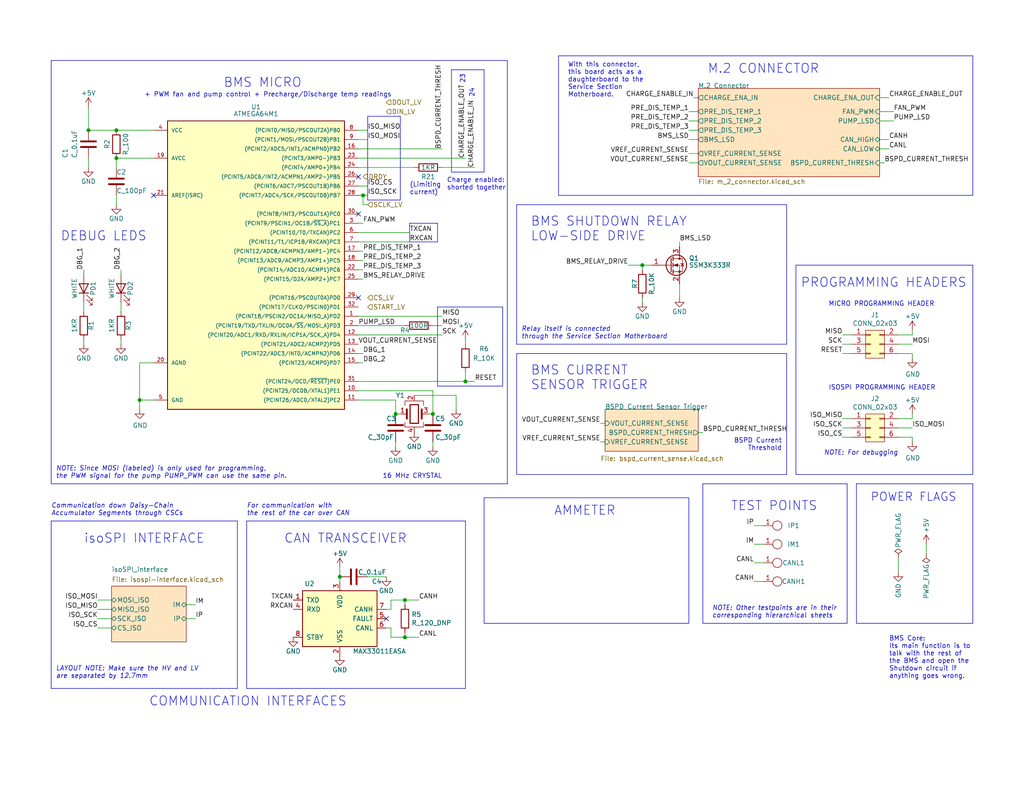
<source format=kicad_sch>
(kicad_sch (version 20230121) (generator eeschema)
  (paper "A")
  (title_block (title "BMS Core") (date "2022-12-03") (rev "0") (company "Olin Electric Motorsports") (comment 1 "Melissa Kazazic"))
  (lib_symbols
    (symbol "OEM:0u1F" (pin_numbers hide) (pin_names (offset 0.254))
      (property "Reference" "C" (at 0.635 2.54 0))
      (property "Value" "0u1F" (at 0.635 -2.54 0))
      (symbol "0u1F_0_1"
        (polyline (pts (xy -2.032 -0.762) (xy 2.032 -0.762)) (stroke (width 0.508)))
        (polyline (pts (xy -2.032 0.762) (xy 2.032 0.762)) (stroke (width 0.508)))
      )
      (symbol "0u1F_1_1"
        (pin passive line (at 0 3.81 270) (length 2.794) (name "~") (number "1"))
        (pin passive line (at 0 -3.81 90) (length 2.794) (name "~") (number "2"))
      )
    )
    (symbol "OEM:100R" (pin_numbers hide) (pin_names (offset 0))
      (property "Reference" "R" (at 2.032 0 90))
      (property "Value" "100R" (at 0 0 90))
      (symbol "100R_0_1"
        (rectangle (start -1.016 -2.54) (end 1.016 2.54) (stroke (width 0.254)))
      )
      (symbol "100R_1_1"
        (pin passive line (at 0 3.81 270) (length 1.27) (name "~") (number "1"))
        (pin passive line (at 0 -3.81 90) (length 1.27) (name "~") (number "2"))
      )
    )
    (symbol "OEM:100pF" (pin_numbers hide) (pin_names (offset 0.254))
      (property "Reference" "C" (at 0.635 2.54 0))
      (property "Value" "100pF" (at 0.635 -2.54 0))
      (symbol "100pF_0_1"
        (polyline (pts (xy -2.032 -0.762) (xy 2.032 -0.762)) (stroke (width 0.508)))
        (polyline (pts (xy -2.032 0.762) (xy 2.032 0.762)) (stroke (width 0.508)))
      )
      (symbol "100pF_1_1"
        (pin passive line (at 0 3.81 270) (length 2.794) (name "~") (number "1"))
        (pin passive line (at 0 -3.81 90) (length 2.794) (name "~") (number "2"))
      )
    )
    (symbol "OEM:10KR" (pin_numbers hide) (pin_names (offset 0))
      (property "Reference" "R" (at 2.032 0 90))
      (property "Value" "10KR" (at 0 0 90))
      (symbol "10KR_0_1"
        (rectangle (start -1.016 -2.54) (end 1.016 2.54) (stroke (width 0.254)))
      )
      (symbol "10KR_1_1"
        (pin passive line (at 0 3.81 270) (length 1.27) (name "~") (number "1"))
        (pin passive line (at 0 -3.81 90) (length 1.27) (name "~") (number "2"))
      )
    )
    (symbol "OEM:120R_DNP" (pin_numbers hide) (pin_names (offset 0))
      (property "Reference" "R" (at 2.032 0 90))
      (property "Value" "120R_DNP" (at 0 0 90))
      (symbol "120R_DNP_0_1"
        (rectangle (start -1.016 -2.54) (end 1.016 2.54) (stroke (width 0.254)))
      )
      (symbol "120R_DNP_1_1"
        (pin passive line (at 0 3.81 270) (length 1.27) (name "~") (number "1"))
        (pin passive line (at 0 -3.81 90) (length 1.27) (name "~") (number "2"))
      )
    )
    (symbol "OEM:1KR" (pin_numbers hide) (pin_names (offset 0))
      (property "Reference" "R" (at 2.032 0 90))
      (property "Value" "1KR" (at 0 0 90))
      (symbol "1KR_0_1"
        (rectangle (start -1.016 -2.54) (end 1.016 2.54) (stroke (width 0.254)))
      )
      (symbol "1KR_1_1"
        (pin passive line (at 0 3.81 270) (length 1.27) (name "~") (number "1"))
        (pin passive line (at 0 -3.81 90) (length 1.27) (name "~") (number "2"))
      )
    )
    (symbol "OEM:30pF" (pin_numbers hide) (pin_names (offset 0.254))
      (property "Reference" "C" (at 0.635 2.54 0))
      (property "Value" "30pF" (at 0.635 -2.54 0))
      (symbol "30pF_0_1"
        (polyline (pts (xy -2.032 -0.762) (xy 2.032 -0.762)) (stroke (width 0.508)))
        (polyline (pts (xy -2.032 0.762) (xy 2.032 0.762)) (stroke (width 0.508)))
      )
      (symbol "30pF_1_1"
        (pin passive line (at 0 3.81 270) (length 2.794) (name "~") (number "1"))
        (pin passive line (at 0 -3.81 90) (length 2.794) (name "~") (number "2"))
      )
    )
    (symbol "OEM:ATMEGA64M1" (pin_names (offset 1.016))
      (property "Reference" "U" (at -24.13 46.482 0))
      (property "Value" "ATMEGA64M1" (at 12.7 -35.56 0))
      (symbol "ATMEGA64M1_0_1"
        (rectangle (start -24.13 45.72) (end 24.13 -33.02) (stroke (width 0.254)) (fill (type background)))
      )
      (symbol "ATMEGA64M1_1_1"
        (pin bidirectional line (at 27.94 -7.62 180) (length 3.81) (name "(PCINT18/PSCIN2/OC1A/MISO_A)PD2") (number "1"))
        (pin bidirectional line (at 27.94 -27.94 180) (length 3.81) (name "(PCINT25/OC0B/XTAL1)PE1") (number "10"))
        (pin bidirectional line (at 27.94 -30.48 180) (length 3.81) (name "(PCINT26/ADC0/XTAL2)PE2") (number "11"))
        (pin bidirectional line (at 27.94 -12.7 180) (length 3.81) (name "(PCINT20/ADC1/RXD/RXLIN/ICP1A/SCK_A)PD4") (number "12"))
        (pin bidirectional line (at 27.94 -15.24 180) (length 3.81) (name "(PCINT21/ADC2/ACMP2)PD5") (number "13"))
        (pin bidirectional line (at 27.94 -17.78 180) (length 3.81) (name "(PCINT22/ADC3/INT0/ACMPN2)PD6") (number "14"))
        (pin bidirectional line (at 27.94 -20.32 180) (length 3.81) (name "(PCINT23/ACMP0)PD7") (number "15"))
        (pin bidirectional line (at 27.94 38.1 180) (length 3.81) (name "(PCINT2/ADC5/INT1/ACMPN0)PB2") (number "16"))
        (pin bidirectional line (at 27.94 10.16 180) (length 3.81) (name "(PCINT12/ADC8/ACMPN3/AMP1-)PC4") (number "17"))
        (pin bidirectional line (at 27.94 7.62 180) (length 3.81) (name "(PCINT13/ADC9/ACMP3/AMP1+)PC5") (number "18"))
        (pin power_in line (at -27.94 35.56 0) (length 3.81) (name "AVCC") (number "19"))
        (pin bidirectional line (at 27.94 -10.16 180) (length 3.81) (name "(PCINT19/TXD/TXLIN/OC0A/~{SS}/MOSI_A)PD3") (number "2"))
        (pin power_in line (at -27.94 -20.32 0) (length 3.81) (name "AGND") (number "20"))
        (pin power_in line (at -27.94 25.4 0) (length 3.81) (name "AREF(ISRC)") (number "21"))
        (pin bidirectional line (at 27.94 5.08 180) (length 3.81) (name "(PCINT14/ADC10/ACMP1)PC6") (number "22"))
        (pin bidirectional line (at 27.94 35.56 180) (length 3.81) (name "(PCINT3/AMP0-)PB3") (number "23"))
        (pin bidirectional line (at 27.94 33.02 180) (length 3.81) (name "(PCINT4/AMP0+)PB4") (number "24"))
        (pin bidirectional line (at 27.94 2.54 180) (length 3.81) (name "(PCINT15/D2A/AMP2+)PC7") (number "25"))
        (pin bidirectional line (at 27.94 30.48 180) (length 3.81) (name "(PCINT5/ADC6/INT2/ACMPN1/AMP2-)PB5") (number "26"))
        (pin bidirectional line (at 27.94 27.94 180) (length 3.81) (name "(PCINT6/ADC7/PSCOUT1B)PB6") (number "27"))
        (pin bidirectional line (at 27.94 25.4 180) (length 3.81) (name "(PCINT7/ADC4/SCK/PSCOUT0B)PB7") (number "28"))
        (pin bidirectional line (at 27.94 -2.54 180) (length 3.81) (name "(PCINT16/PSCOUT0A)PD0") (number "29"))
        (pin bidirectional line (at 27.94 17.78 180) (length 3.81) (name "(PCINT9/PSCIN1/OC1B/~{SS_A})PC1") (number "3"))
        (pin bidirectional line (at 27.94 20.32 180) (length 3.81) (name "(PCINT8/INT3/PSCOUT1A)PC0") (number "30"))
        (pin bidirectional line (at 27.94 -25.4 180) (length 3.81) (name "(PCINT24/OCD/~{RESET})PE0") (number "31"))
        (pin bidirectional line (at 27.94 -5.08 180) (length 3.81) (name "(PCINT17/CLKO/PSCIN0)PD1") (number "32"))
        (pin power_in line (at -27.94 43.18 0) (length 3.81) (name "VCC") (number "4"))
        (pin power_in line (at -27.94 -30.48 0) (length 3.81) (name "GND") (number "5"))
        (pin bidirectional line (at 27.94 15.24 180) (length 3.81) (name "(PCINT10/T0/TXCAN)PC2") (number "6"))
        (pin bidirectional line (at 27.94 12.7 180) (length 3.81) (name "(PCINT11/T1/ICP1B/RXCAN)PC3") (number "7"))
        (pin bidirectional line (at 27.94 43.18 180) (length 3.81) (name "(PCINT0/MISO/PSCOUT2A)PB0") (number "8"))
        (pin bidirectional line (at 27.94 40.64 180) (length 3.81) (name "(PCINT1/MOSI/PSCOUT2B)PB1") (number "9"))
      )
    )
    (symbol "OEM:CONN_02x03" (pin_names (offset 0.0254) hide)
      (property "Reference" "J" (at 0 5.08 0))
      (property "Value" "CONN_02x03" (at 0 -5.08 0))
      (symbol "CONN_02x03_0_1"
        (rectangle (start -2.54 -2.413) (end -1.27 -2.667))
        (rectangle (start -2.54 0.127) (end -1.27 -0.127))
        (rectangle (start -2.54 2.667) (end -1.27 2.413))
        (rectangle (start -2.54 3.81) (end 2.54 -3.81) (fill (type background)))
        (rectangle (start 1.27 -2.413) (end 2.54 -2.667))
        (rectangle (start 1.27 0.127) (end 2.54 -0.127))
        (rectangle (start 1.27 2.667) (end 2.54 2.413))
      )
      (symbol "CONN_02x03_1_1"
        (pin passive line (at -6.35 2.54 0) (length 3.81) (name "P1") (number "1"))
        (pin passive line (at 6.35 2.54 180) (length 3.81) (name "P2") (number "2"))
        (pin passive line (at -6.35 0 0) (length 3.81) (name "P3") (number "3"))
        (pin passive line (at 6.35 0 180) (length 3.81) (name "P4") (number "4"))
        (pin passive line (at -6.35 -2.54 0) (length 3.81) (name "P5") (number "5"))
        (pin passive line (at 6.35 -2.54 180) (length 3.81) (name "P6") (number "6"))
      )
    )
    (symbol "OEM:Crystal_16MHz_18pF" (pin_names (offset 1.016) hide)
      (property "Reference" "Y" (at 3.175 5.08 0))
      (property "Value" "Crystal_16MHz_18pF" (at 3.175 3.175 0))
      (symbol "Crystal_16MHz_18pF_0_1"
        (rectangle (start -1.143 2.54) (end 1.143 -2.54) (stroke (width 0.3048)))
        (polyline (pts (xy -2.54 0) (xy -2.032 0)))
        (polyline (pts (xy -2.032 -1.27) (xy -2.032 1.27)) (stroke (width 0.508)))
        (polyline (pts (xy 0 -3.81) (xy 0 -3.556)))
        (polyline (pts (xy 0 3.556) (xy 0 3.81)))
        (polyline (pts (xy 2.032 -1.27) (xy 2.032 1.27)) (stroke (width 0.508)))
        (polyline (pts (xy 2.032 0) (xy 2.54 0)))
        (polyline (pts (xy -2.54 -2.286) (xy -2.54 -3.556) (xy 2.54 -3.556) (xy 2.54 -2.286)))
        (polyline (pts (xy -2.54 2.286) (xy -2.54 3.556) (xy 2.54 3.556) (xy 2.54 2.286)))
      )
      (symbol "Crystal_16MHz_18pF_1_1"
        (pin passive line (at -3.81 0 0) (length 1.27) (name "1") (number "1"))
        (pin passive line (at 0 5.08 270) (length 1.27) (name "2") (number "2"))
        (pin passive line (at 3.81 0 180) (length 1.27) (name "3") (number "3"))
        (pin passive line (at 0 -5.08 90) (length 1.27) (name "4") (number "4"))
      )
    )
    (symbol "OEM:LED_WHITE" (pin_numbers hide) (pin_names (offset 1.016) hide)
      (property "Reference" "D" (at 0 2.54 0))
      (property "Value" "LED_WHITE" (at 0 -2.54 0))
      (symbol "LED_WHITE_0_1"
        (polyline (pts (xy -1.27 -1.27) (xy -1.27 1.27)) (stroke (width 0.254)))
        (polyline (pts (xy -1.27 0) (xy 1.27 0)))
        (polyline (pts (xy 1.27 -1.27) (xy 1.27 1.27) (xy -1.27 0) (xy 1.27 -1.27)) (stroke (width 0.254)))
        (polyline (pts (xy -3.048 -0.762) (xy -4.572 -2.286) (xy -3.81 -2.286) (xy -4.572 -2.286) (xy -4.572 -1.524)))
        (polyline (pts (xy -1.778 -0.762) (xy -3.302 -2.286) (xy -2.54 -2.286) (xy -3.302 -2.286) (xy -3.302 -1.524)))
      )
      (symbol "LED_WHITE_1_1"
        (pin passive line (at -3.81 0 0) (length 2.54) (name "K") (number "1"))
        (pin passive line (at 3.81 0 180) (length 2.54) (name "A") (number "2"))
      )
    )
    (symbol "OEM:MAX33011EASA" (pin_names (offset 1.016))
      (property "Reference" "U" (at -10.16 8.89 0))
      (property "Value" "MAX33011EASA" (at 2.54 8.89 0))
      (symbol "MAX33011EASA_0_1"
        (rectangle (start -10.16 7.62) (end 10.16 -7.62) (stroke (width 0.254)) (fill (type background)))
      )
      (symbol "MAX33011EASA_1_1"
        (pin input line (at -12.7 5.08 0) (length 2.54) (name "TXD") (number "1"))
        (pin power_in line (at 0 -10.16 90) (length 2.54) (name "VSS") (number "2"))
        (pin power_in line (at 0 10.16 270) (length 2.54) (name "VDD") (number "3"))
        (pin output line (at -12.7 2.54 0) (length 2.54) (name "RXD") (number "4"))
        (pin passive line (at 12.7 0 180) (length 2.54) (name "FAULT") (number "5"))
        (pin bidirectional line (at 12.7 -2.54 180) (length 2.54) (name "CANL") (number "6"))
        (pin bidirectional line (at 12.7 2.54 180) (length 2.54) (name "CANH") (number "7"))
        (pin input line (at -12.7 -5.08 0) (length 2.54) (name "STBY") (number "8"))
      )
    )
    (symbol "OEM:SSM3K333R" (pin_names (offset 0) hide)
      (property "Reference" "Q" (at 5.08 1.27 0))
      (property "Value" "SSM3K333R" (at 5.08 -1.27 0))
      (symbol "SSM3K333R_0_1"
        (polyline (pts (xy 0.254 0) (xy -2.54 0)))
        (polyline (pts (xy 0.254 1.905) (xy 0.254 -1.905)) (stroke (width 0.254)))
        (polyline (pts (xy 0.762 -1.27) (xy 0.762 -2.286)) (stroke (width 0.254)))
        (polyline (pts (xy 0.762 0.508) (xy 0.762 -0.508)) (stroke (width 0.254)))
        (polyline (pts (xy 0.762 2.286) (xy 0.762 1.27)) (stroke (width 0.254)))
        (polyline (pts (xy 2.54 2.54) (xy 2.54 1.778)))
        (polyline (pts (xy 2.54 -2.54) (xy 2.54 0) (xy 0.762 0)))
        (polyline (pts (xy 0.762 -1.778) (xy 3.302 -1.778) (xy 3.302 1.778) (xy 0.762 1.778)))
        (polyline (pts (xy 1.016 0) (xy 2.032 0.381) (xy 2.032 -0.381) (xy 1.016 0)) (fill (type outline)))
        (polyline (pts (xy 2.794 0.508) (xy 2.921 0.381) (xy 3.683 0.381) (xy 3.81 0.254)))
        (polyline (pts (xy 3.302 0.381) (xy 2.921 -0.254) (xy 3.683 -0.254) (xy 3.302 0.381)))
        (circle (center 1.651 0) (radius 2.794) (stroke (width 0.254)))
        (circle (center 2.54 -1.778) (radius 0.254) (fill (type outline)))
        (circle (center 2.54 1.778) (radius 0.254) (fill (type outline)))
      )
      (symbol "SSM3K333R_1_1"
        (pin input line (at -5.08 0 0) (length 2.54) (name "G") (number "1"))
        (pin passive line (at 2.54 -5.08 90) (length 2.54) (name "S") (number "2"))
        (pin passive line (at 2.54 5.08 270) (length 2.54) (name "D") (number "3"))
      )
    )
    (symbol "OEM:TP_1mm" (pin_names (offset 1.016)) (in_bom no)
      (property "Reference" "TP" (at 0 7.62 0))
      (property "Value" "TP_1mm" (at 1.27 5.08 0))
      (symbol "TP_1mm_1_1"
        (circle (center 0 2.54) (radius 1.27))
        (pin input line (at 0 -1.27 90) (length 2.54) (name "~") (number "1"))
      )
    )
    (symbol "power:+5V" (power) (pin_names (offset 0))
      (property "Value" "+5V" (at 0 3.556 0))
      (symbol "+5V_0_1"
        (polyline (pts (xy -0.762 1.27) (xy 0 2.54)))
        (polyline (pts (xy 0 0) (xy 0 2.54)))
        (polyline (pts (xy 0 2.54) (xy 0.762 1.27)))
      )
      (symbol "+5V_1_1"
        (pin power_in line (at 0 0 90) (length 0) hide (name "+5V") (number "1"))
      )
    )
    (symbol "power:GND" (power) (pin_names (offset 0))
      (property "Value" "GND" (at 0 -3.81 0))
      (symbol "GND_0_1"
        (polyline (pts (xy 0 0) (xy 0 -1.27) (xy 1.27 -1.27) (xy 0 -2.54) (xy -1.27 -1.27) (xy 0 -1.27)))
      )
      (symbol "GND_1_1"
        (pin power_in line (at 0 0 270) (length 0) hide (name "GND") (number "1"))
      )
    )
    (symbol "power:PWR_FLAG" (power) (pin_numbers hide) (pin_names (offset 0) hide)
      (property "Value" "PWR_FLAG" (at 0 3.81 0))
      (symbol "PWR_FLAG_0_0"
        (pin power_out line (at 0 0 90) (length 0) (name "pwr") (number "1"))
      )
      (symbol "PWR_FLAG_0_1"
        (polyline (pts (xy 0 0) (xy 0 1.27) (xy -1.016 1.905) (xy 0 2.54) (xy 1.016 1.905) (xy 0 1.27)))
      )
    )
  )
  (junction (at 99.06 53.34))
  (junction (at 110.49 163.83))
  (junction (at 38.1 109.22))
  (junction (at 110.49 173.99))
  (junction (at 175.26 72.39))
  (junction (at 118.11 113.03))
  (junction (at 31.75 43.18))
  (junction (at 127 104.14))
  (junction (at 31.75 35.56))
  (junction (at 24.13 35.56))
  (junction (at 107.95 113.03))
  (junction (at 92.71 157.48))
  (no_connect (at 97.79 81.28))
  (no_connect (at 97.79 58.42))
  (no_connect (at 41.91 53.34))
  (no_connect (at 105.41 168.91))
  (no_connect (at 97.79 48.26))
  (wire (pts (xy 110.49 173.99) (xy 110.49 172.72)))
  (wire (pts (xy 208.28 143.51) (xy 205.74 143.51)))
  (polyline (pts (xy 265.43 129.54) (xy 265.43 72.39)))
  (wire (pts (xy 26.67 171.45) (xy 30.48 171.45)))
  (wire (pts (xy 248.92 119.38) (xy 245.11 119.38)))
  (wire (pts (xy 22.86 73.66) (xy 22.86 74.93)))
  (wire (pts (xy 106.68 163.83) (xy 110.49 163.83)))
  (wire (pts (xy 92.71 154.94) (xy 92.71 157.48)))
  (polyline (pts (xy 137.16 83.82) (xy 137.16 105.41)))
  (polyline (pts (xy 217.17 72.39) (xy 265.43 72.39)))
  (wire (pts (xy 245.11 152.4) (xy 245.11 156.21)))
  (wire (pts (xy 99.06 53.34) (xy 100.33 53.34)))
  (wire (pts (xy 22.86 82.55) (xy 22.86 85.09)))
  (wire (pts (xy 107.95 120.65) (xy 107.95 121.92)))
  (polyline (pts (xy 152.4 15.24) (xy 152.4 53.34)))
  (polyline (pts (xy 67.31 142.24) (xy 127 142.24)))
  (polyline (pts (xy 140.97 55.88) (xy 140.97 93.98)))
  (wire (pts (xy 22.86 92.71) (xy 22.86 93.98)))
  (polyline (pts (xy 233.68 132.08) (xy 265.43 132.08)))
  (wire (pts (xy 248.92 97.79) (xy 248.92 96.52)))
  (wire (pts (xy 190.5 33.02) (xy 187.96 33.02)))
  (wire (pts (xy 26.67 168.91) (xy 30.48 168.91)))
  (polyline (pts (xy 191.77 170.18) (xy 231.14 170.18)))
  (wire (pts (xy 242.57 38.1) (xy 240.03 38.1)))
  (polyline (pts (xy 111.76 60.96) (xy 111.76 66.04)))
  (wire (pts (xy 100.33 157.48) (xy 105.41 157.48)))
  (wire (pts (xy 163.83 120.65) (xy 165.1 120.65)))
  (wire (pts (xy 116.84 113.03) (xy 118.11 113.03)))
  (wire (pts (xy 26.67 163.83) (xy 30.48 163.83)))
  (wire (pts (xy 189.23 26.67) (xy 190.5 26.67)))
  (polyline (pts (xy 127 187.96) (xy 67.31 187.96)))
  (wire (pts (xy 110.49 163.83) (xy 114.3 163.83)))
  (polyline (pts (xy 100.33 31.75) (xy 100.33 54.61)))
  (wire (pts (xy 97.79 91.44) (xy 120.65 91.44)))
  (wire (pts (xy 187.96 35.56) (xy 190.5 35.56)))
  (polyline (pts (xy 123.19 19.05) (xy 132.08 19.05)))
  (wire (pts (xy 24.13 35.56) (xy 31.75 35.56)))
  (polyline (pts (xy 13.97 142.24) (xy 13.97 187.96)))
  (wire (pts (xy 124.46 111.76) (xy 124.46 107.95)))
  (wire (pts (xy 120.65 45.72) (xy 129.54 45.72)))
  (wire (pts (xy 110.49 173.99) (xy 114.3 173.99)))
  (wire (pts (xy 38.1 99.06) (xy 38.1 109.22)))
  (wire (pts (xy 229.87 114.3) (xy 232.41 114.3)))
  (wire (pts (xy 97.79 66.04) (xy 111.76 66.04)))
  (polyline (pts (xy 265.43 53.34) (xy 152.4 53.34)))
  (wire (pts (xy 252.73 148.59) (xy 252.73 151.13)))
  (wire (pts (xy 106.68 173.99) (xy 106.68 171.45)))
  (polyline (pts (xy 119.38 83.82) (xy 119.38 105.41)))
  (polyline (pts (xy 217.17 129.54) (xy 265.43 129.54)))
  (wire (pts (xy 97.79 68.58) (xy 99.06 68.58)))
  (wire (pts (xy 229.87 91.44) (xy 232.41 91.44)))
  (wire (pts (xy 92.71 157.48) (xy 92.71 158.75)))
  (polyline (pts (xy 265.43 132.08) (xy 265.43 170.18)))
  (wire (pts (xy 118.11 106.68) (xy 118.11 113.03)))
  (wire (pts (xy 175.26 82.55) (xy 175.26 81.28)))
  (wire (pts (xy 31.75 35.56) (xy 41.91 35.56)))
  (polyline (pts (xy 214.63 129.54) (xy 214.63 96.52)))
  (wire (pts (xy 97.79 45.72) (xy 113.03 45.72)))
  (wire (pts (xy 33.02 73.66) (xy 33.02 74.93)))
  (wire (pts (xy 97.79 60.96) (xy 99.06 60.96)))
  (wire (pts (xy 229.87 116.84) (xy 232.41 116.84)))
  (wire (pts (xy 175.26 72.39) (xy 175.26 73.66)))
  (polyline (pts (xy 152.4 15.24) (xy 265.43 15.24)))
  (wire (pts (xy 106.68 173.99) (xy 110.49 173.99)))
  (wire (pts (xy 185.42 77.47) (xy 185.42 81.28)))
  (wire (pts (xy 208.28 153.67) (xy 205.74 153.67)))
  (wire (pts (xy 97.79 104.14) (xy 127 104.14)))
  (wire (pts (xy 229.87 93.98) (xy 232.41 93.98)))
  (wire (pts (xy 24.13 43.18) (xy 24.13 45.72)))
  (wire (pts (xy 50.8 165.1) (xy 53.34 165.1)))
  (wire (pts (xy 118.11 120.65) (xy 118.11 121.92)))
  (polyline (pts (xy 214.63 55.88) (xy 214.63 93.98)))
  (polyline (pts (xy 137.16 83.82) (xy 119.38 83.82)))
  (polyline (pts (xy 233.68 170.18) (xy 265.43 170.18)))
  (wire (pts (xy 175.26 72.39) (xy 171.45 72.39)))
  (polyline (pts (xy 123.19 19.05) (xy 123.19 46.99)))
  (wire (pts (xy 97.79 50.8) (xy 100.33 50.8)))
  (polyline (pts (xy 233.68 132.08) (xy 233.68 170.18)))
  (wire (pts (xy 97.79 53.34) (xy 99.06 53.34)))
  (wire (pts (xy 248.92 96.52) (xy 245.11 96.52)))
  (wire (pts (xy 190.5 118.11) (xy 191.77 118.11)))
  (wire (pts (xy 97.79 106.68) (xy 118.11 106.68)))
  (polyline (pts (xy 140.97 129.54) (xy 214.63 129.54)))
  (wire (pts (xy 242.57 26.67) (xy 240.03 26.67)))
  (polyline (pts (xy 231.14 132.08) (xy 231.14 170.18)))
  (wire (pts (xy 107.95 113.03) (xy 109.22 113.03)))
  (wire (pts (xy 97.79 88.9) (xy 110.49 88.9)))
  (polyline (pts (xy 13.97 187.96) (xy 64.77 187.96)))
  (wire (pts (xy 248.92 90.17) (xy 248.92 91.44)))
  (polyline (pts (xy 67.31 187.96) (xy 67.31 142.24)))
  (wire (pts (xy 245.11 91.44) (xy 248.92 91.44)))
  (wire (pts (xy 106.68 163.83) (xy 106.68 166.37)))
  (wire (pts (xy 208.28 148.59) (xy 205.74 148.59)))
  (wire (pts (xy 50.8 168.91) (xy 53.34 168.91)))
  (wire (pts (xy 97.79 86.36) (xy 120.65 86.36)))
  (wire (pts (xy 127 101.6) (xy 127 104.14)))
  (wire (pts (xy 99.06 76.2) (xy 97.79 76.2)))
  (wire (pts (xy 187.96 41.91) (xy 190.5 41.91)))
  (polyline (pts (xy 140.97 96.52) (xy 214.63 96.52)))
  (wire (pts (xy 229.87 96.52) (xy 232.41 96.52)))
  (wire (pts (xy 187.96 30.48) (xy 190.5 30.48)))
  (wire (pts (xy 106.68 171.45) (xy 105.41 171.45)))
  (polyline (pts (xy 140.97 93.98) (xy 214.63 93.98)))
  (wire (pts (xy 97.79 71.12) (xy 99.06 71.12)))
  (polyline (pts (xy 265.43 15.24) (xy 265.43 53.34)))
  (polyline (pts (xy 191.77 132.08) (xy 231.14 132.08)))
  (wire (pts (xy 99.06 55.88) (xy 100.33 55.88)))
  (polyline (pts (xy 127 142.24) (xy 127 187.96)))
  (wire (pts (xy 97.79 109.22) (xy 107.95 109.22)))
  (wire (pts (xy 38.1 109.22) (xy 38.1 111.76)))
  (polyline (pts (xy 138.43 132.08) (xy 138.43 16.51)))
  (wire (pts (xy 31.75 53.34) (xy 31.75 55.88)))
  (wire (pts (xy 24.13 35.56) (xy 24.13 29.21)))
  (wire (pts (xy 107.95 109.22) (xy 107.95 113.03)))
  (wire (pts (xy 100.33 35.56) (xy 97.79 35.56)))
  (wire (pts (xy 127 92.71) (xy 127 93.98)))
  (wire (pts (xy 33.02 82.55) (xy 33.02 85.09)))
  (wire (pts (xy 110.49 163.83) (xy 110.49 165.1)))
  (wire (pts (xy 229.87 119.38) (xy 232.41 119.38)))
  (wire (pts (xy 118.11 88.9) (xy 120.65 88.9)))
  (polyline (pts (xy 119.38 66.04) (xy 119.38 60.96)))
  (wire (pts (xy 175.26 72.39) (xy 177.8 72.39)))
  (wire (pts (xy 31.75 43.18) (xy 41.91 43.18)))
  (wire (pts (xy 99.06 53.34) (xy 99.06 55.88)))
  (polyline (pts (xy 64.77 187.96) (xy 64.77 142.24)))
  (wire (pts (xy 248.92 120.65) (xy 248.92 119.38)))
  (polyline (pts (xy 111.76 60.96) (xy 119.38 60.96)))
  (wire (pts (xy 41.91 99.06) (xy 38.1 99.06)))
  (wire (pts (xy 26.67 166.37) (xy 30.48 166.37)))
  (wire (pts (xy 33.02 92.71) (xy 33.02 93.98)))
  (polyline (pts (xy 13.97 16.51) (xy 13.97 132.08)))
  (wire (pts (xy 240.03 33.02) (xy 243.84 33.02)))
  (wire (pts (xy 31.75 43.18) (xy 31.75 45.72)))
  (wire (pts (xy 97.79 43.18) (xy 127 43.18)))
  (polyline (pts (xy 109.22 54.61) (xy 109.22 31.75)))
  (polyline (pts (xy 100.33 54.61) (xy 109.22 54.61)))
  (wire (pts (xy 97.79 99.06) (xy 99.06 99.06)))
  (wire (pts (xy 38.1 109.22) (xy 41.91 109.22)))
  (wire (pts (xy 97.79 63.5) (xy 111.76 63.5)))
  (polyline (pts (xy 13.97 16.51) (xy 138.43 16.51)))
  (wire (pts (xy 240.03 30.48) (xy 243.84 30.48)))
  (wire (pts (xy 97.79 40.64) (xy 120.65 40.64)))
  (polyline (pts (xy 100.33 31.75) (xy 109.22 31.75)))
  (wire (pts (xy 242.57 40.64) (xy 240.03 40.64)))
  (wire (pts (xy 106.68 166.37) (xy 105.41 166.37)))
  (polyline (pts (xy 132.08 46.99) (xy 132.08 19.05)))
  (wire (pts (xy 99.06 73.66) (xy 97.79 73.66)))
  (wire (pts (xy 97.79 38.1) (xy 100.33 38.1)))
  (wire (pts (xy 248.92 113.03) (xy 248.92 114.3)))
  (polyline (pts (xy 217.17 72.39) (xy 217.17 129.54)))
  (wire (pts (xy 208.28 158.75) (xy 205.74 158.75)))
  (polyline (pts (xy 13.97 132.08) (xy 138.43 132.08)))
  (polyline (pts (xy 140.97 55.88) (xy 214.63 55.88)))
  (wire (pts (xy 187.96 44.45) (xy 190.5 44.45)))
  (wire (pts (xy 248.92 93.98) (xy 245.11 93.98)))
  (polyline (pts (xy 140.97 96.52) (xy 140.97 129.54)))
  (wire (pts (xy 185.42 66.04) (xy 185.42 67.31)))
  (polyline (pts (xy 13.97 142.24) (xy 64.77 142.24)))
  (polyline (pts (xy 123.19 46.99) (xy 132.08 46.99)))
  (wire (pts (xy 97.79 96.52) (xy 99.06 96.52)))
  (wire (pts (xy 240.03 44.45) (xy 241.3 44.45)))
  (wire (pts (xy 124.46 107.95) (xy 113.03 107.95)))
  (wire (pts (xy 245.11 114.3) (xy 248.92 114.3)))
  (wire (pts (xy 127 104.14) (xy 129.54 104.14)))
  (wire (pts (xy 187.96 38.1) (xy 190.5 38.1)))
  (polyline (pts (xy 191.77 132.08) (xy 191.77 170.18)))
  (wire (pts (xy 248.92 116.84) (xy 245.11 116.84)))
  (wire (pts (xy 163.83 115.57) (xy 165.1 115.57)))
  (polyline (pts (xy 119.38 105.41) (xy 137.16 105.41)))
  (polyline (pts (xy 111.76 66.04) (xy 119.38 66.04)))
  (rectangle (start 132.08 135.89) (end 187.96 170.18))
  (text "BMS SHUTDOWN RELAY\nLOW-SIDE DRIVE" (at 144.78 66.04 0) (effects (font (size 2.4892 2.4892)) (justify left bottom)))
  (text "MICRO PROGRAMMING HEADER\n" (at 226.06 83.82 0) (effects (font (size 1.27 1.27)) (justify left bottom)))
  (text "POWER FLAGS\n" (at 237.49 137.16 0) (effects (font (size 2.2606 2.2606)) (justify left bottom)))
  (text "NOTE: Other testpoints are in their\ncorresponding hierarchical sheets" (at 194.31 168.91 0) (effects (font (size 1.27 1.27) italic) (justify left bottom)))
  (text "Charge enabled:\nshorted together" (at 121.92 52.07 0) (effects (font (size 1.27 1.27)) (justify left bottom)))
  (text "For communication with\nthe rest of the car over CAN" (at 67.31 140.97 0) (effects (font (size 1.27 1.27) italic) (justify left bottom)))
  (text "23" (at 127 22.86 90) (effects (font (size 1.27 1.27)) (justify left bottom)))
  (text "ISOSPI PROGRAMMING HEADER" (at 226.06 106.68 0) (effects (font (size 1.27 1.27)) (justify left bottom)))
  (text "BMS CURRENT \nSENSOR TRIGGER" (at 144.78 106.68 0) (effects (font (size 2.4892 2.4892)) (justify left bottom)))
  (text "+ PWM fan and pump control + Precharge/Discharge temp readings" (at 39.37 26.67 0) (effects (font (size 1.27 1.27)) (justify left bottom)))
  (text "BMS MICRO" (at 60.96 24.13 0) (effects (font (size 2.4892 2.4892)) (justify left bottom)))
  (text "AMMETER\n" (at 151.13 140.97 0) (effects (font (size 2.4892 2.4892)) (justify left bottom)))
  (text "(Limiting\ncurrent)" (at 111.76 53.34 0) (effects (font (size 1.27 1.27)) (justify left bottom)))
  (text "Communication down Daisy-Chain\nAccumulator Segments through CSCs" (at 13.97 140.97 0) (effects (font (size 1.27 1.27) italic) (justify left bottom)))
  (text "isoSPI INTERFACE" (at 22.86 148.59 0) (effects (font (size 2.4892 2.4892)) (justify left bottom)))
  (text "COMMUNICATION INTERFACES" (at 40.64 193.04 0) (effects (font (size 2.4892 2.4892)) (justify left bottom)))
  (text "With this connector,\nthis board acts as a \ndaughterboard to the\nService Section\nMotherboard." (at 154.94 26.67 0) (effects (font (size 1.27 1.27)) (justify left bottom)))
  (text "Relay itself is connected\nthrough the Service Section Motherboard" (at 142.24 92.71 0) (effects (font (size 1.27 1.27) italic) (justify left bottom)))
  (text "PROGRAMMING HEADERS" (at 218.44 78.74 0) (effects (font (size 2.4892 2.4892)) (justify left bottom)))
  (text "DEBUG LEDS" (at 16.51 66.04 0) (effects (font (size 2.4892 2.4892)) (justify left bottom)))
  (text "LAYOUT NOTE: Make sure the HV and LV\nare separated by 12.7mm" (at 15.24 185.42 0) (effects (font (size 1.27 1.27) italic) (justify left bottom)))
  (text "M.2 CONNECTOR" (at 193.04 20.32 0) (effects (font (size 2.4892 2.4892)) (justify left bottom)))
  (text "NOTE: For debugging" (at 224.79 124.46 0) (effects (font (size 1.27 1.27) italic) (justify left bottom)))
  (text "24" (at 129.54 26.67 90) (effects (font (size 1.27 1.27)) (justify left bottom)))
  (text "BSPD Current\nThreshold" (at 213.36 123.19 0) (effects (font (size 1.27 1.27)) (justify right bottom)))
  (text "TEST POINTS" (at 199.39 139.7 0) (effects (font (size 2.4892 2.4892)) (justify left bottom)))
  (text "NOTE: Since MOSI (labeled) is only used for programming,\nthe PWM signal for the pump PUMP_PWM can use the same pin." (at 15.24 130.81 0) (effects (font (size 1.27 1.27) italic) (justify left bottom)))
  (text "CAN TRANSCEIVER" (at 77.47 148.59 0) (effects (font (size 2.4892 2.4892)) (justify left bottom)))
  (text "16 MHz CRYSTAL" (at 120.65 130.81 0) (effects (font (size 1.27 1.27)) (justify right bottom)))
  (text "BMS Core:\nIts main function is to\ntalk with the rest of\nthe BMS and open the \nShutdown circuit if\nanything goes wrong." (at 242.57 185.42 0) (effects (font (size 1.27 1.27)) (justify left bottom)))
  (label "VOUT_CURRENT_SENSE" (at 97.79 93.98 0))
  (label "ISO_MISO" (at 100.33 35.56 0))
  (label "CHARGE_ENABLE_OUT" (at 127 43.18 90))
  (label "CANL" (at 242.57 40.64 0))
  (label "CANH" (at 205.74 158.75 180))
  (label "CANL" (at 114.3 173.99 0))
  (label "TXCAN" (at 111.76 63.5 0))
  (label "BMS_RELAY_DRIVE" (at 99.06 76.2 0))
  (label "MISO" (at 229.87 91.44 180))
  (label "BMS_LSD" (at 185.42 66.04 0))
  (label "PUMP_LSD" (at 243.84 33.02 0))
  (label "PRE_DIS_TEMP_3" (at 187.96 35.56 180))
  (label "ISO_SCK" (at 229.87 116.84 180))
  (label "ISO_MOSI" (at 26.67 163.83 180))
  (label "CANL" (at 205.74 153.67 180))
  (label "RESET" (at 229.87 96.52 180))
  (label "PRE_DIS_TEMP_1" (at 99.06 68.58 0))
  (label "SCK" (at 229.87 93.98 180))
  (label "CANH" (at 114.3 163.83 0))
  (label "CHARGE_ENABLE_IN" (at 129.54 45.72 90))
  (label "BSPD_CURRENT_THRESH" (at 241.3 44.45 0))
  (label "VREF_CURRENT_SENSE" (at 187.96 41.91 180))
  (label "BMS_RELAY_DRIVE" (at 171.45 72.39 180))
  (label "ISO_SCK" (at 100.33 53.34 0))
  (label "BSPD_CURRENT_THRESH" (at 120.65 40.64 90))
  (label "ISO_MISO" (at 229.87 114.3 180))
  (label "ISO_CS" (at 26.67 171.45 180))
  (label "VOUT_CURRENT_SENSE" (at 187.96 44.45 180))
  (label "BMS_LSD" (at 187.96 38.1 180))
  (label "DBG_1" (at 22.86 73.66 90))
  (label "RXCAN" (at 80.01 166.37 180))
  (label "DBG_2" (at 99.06 99.06 0))
  (label "SCK" (at 120.65 91.44 0))
  (label "BSPD_CURRENT_THRESH" (at 191.77 118.11 0))
  (label "CANH" (at 242.57 38.1 0))
  (label "IP" (at 205.74 143.51 180))
  (label "ISO_CS" (at 229.87 119.38 180))
  (label "ISO_SCK" (at 26.67 168.91 180))
  (label "RESET" (at 129.54 104.14 0))
  (label "FAN_PWM" (at 99.06 60.96 0))
  (label "ISO_MOSI" (at 100.33 38.1 0))
  (label "IP" (at 53.34 168.91 0))
  (label "PRE_DIS_TEMP_2" (at 99.06 71.12 0))
  (label "PRE_DIS_TEMP_1" (at 187.96 30.48 180))
  (label "PRE_DIS_TEMP_2" (at 187.96 33.02 180))
  (label "MOSI" (at 120.65 88.9 0))
  (label "RXCAN" (at 111.76 66.04 0))
  (label "DBG_2" (at 33.02 73.66 90))
  (label "ISO_CS" (at 100.33 50.8 0))
  (label "FAN_PWM" (at 243.84 30.48 0))
  (label "IM" (at 53.34 165.1 0))
  (label "VREF_CURRENT_SENSE" (at 163.83 120.65 180))
  (label "PUMP_LSD" (at 97.79 88.9 0))
  (label "DBG_1" (at 99.06 96.52 0))
  (label "CHARGE_ENABLE_IN" (at 189.23 26.67 180))
  (label "ISO_MISO" (at 26.67 166.37 180))
  (label "IM" (at 205.74 148.59 180))
  (label "ISO_MOSI" (at 248.92 116.84 0))
  (label "PRE_DIS_TEMP_3" (at 99.06 73.66 0))
  (label "TXCAN" (at 80.01 163.83 180))
  (label "MOSI" (at 248.92 93.98 0))
  (label "VOUT_CURRENT_SENSE" (at 163.83 115.57 180))
  (label "CHARGE_ENABLE_OUT" (at 242.57 26.67 0))
  (label "MISO" (at 120.65 86.36 0))
  (hierarchical_label "SCLK_LV" (shape input) (at 100.33 55.88 0))
  (hierarchical_label "DIN_LV" (shape input) (at 105.41 30.48 0))
  (hierarchical_label "DOUT_LV" (shape input) (at 105.41 27.94 0))
  (hierarchical_label "CS_LV" (shape input) (at 100.33 81.28 0))
  (hierarchical_label "START_LV" (shape input) (at 100.33 83.82 0))
  (hierarchical_label "DRDY" (shape input) (at 99.06 48.26 0))
  (symbol (lib_id "OEM:30pF") (at 107.95 116.84 0) (unit 1)
    (property "Reference" "C3" (at 105.41 114.3 0) (effects (justify left)))
    (property "Value" "C_30pF" (at 100.33 119.38 0) (effects (justify left)))
    (property "Footprint" "OEM:C_0603" (effects hide))
    (property "Datasheet" "https://media.digikey.com/pdf/Data%20Sheets/Samsung%20PDFs/CL_Series_MLCC_ds.pdf" (effects hide))
    (property "MPN" "1276-1130-1-ND" (effects hide))
    (property "MFN" "Digi-Key" (effects hide))
    (property "Package" "Value" (effects hide))
    (property "DKPN" "738-CML0603C0G300JT50VDKR-ND" (effects hide))
    (property "NewDesigns" "YES" (effects hide))
    (property "Stocked" "Digi-Reel" (effects hide))
    (property "Style" "SMD" (effects hide))
  )
  (symbol (lib_id "power:GND") (at 24.13 45.72 0) (unit 1)
    (property "Reference" "#PWR?" (effects hide))
    (property "Value" "GND" (at 24.13 49.53 0))
  )
  (symbol (lib_id "OEM:0u1F") (at 24.13 39.37 0) (unit 1)
    (property "Reference" "C1" (at 17.78 43.18 90) (effects (justify left)))
    (property "Value" "C_0.1uF" (at 20.32 43.18 90) (effects (justify left)))
    (property "Footprint" "OEM:C_0603" (effects hide))
    (property "Datasheet" "http://datasheets.avx.com/X7RDielectric.pdf" (effects hide))
    (property "MPN" "478-3352-1-ND" (effects hide))
    (property "MFN" "Digi-Key" (effects hide))
    (property "Package" "Value" (effects hide))
    (property "DKPN" "1276-1935-2-ND" (effects hide))
    (property "Stocked" "Reel" (effects hide))
    (property "NewDesigns" "YES" (effects hide))
    (property "Style" "SMD" (effects hide))
  )
  (symbol (lib_id "OEM:CONN_02x03") (at 238.76 93.98 0) (unit 1)
    (property "Reference" "J1" (at 238.76 85.979 0))
    (property "Value" "CONN_02x03" (at 238.76 88.2904 0))
    (property "Footprint" "footprints:Pin_Header_Straight_2x03" (effects hide))
    (property "Datasheet" "http://portal.fciconnect.com/Comergent//fci/drawing/67996.pdf" (effects hide))
    (property "MFN" "DK" (effects hide))
    (property "MPN" "609-3234-ND" (effects hide))
    (property "DKPN" "10129381-906002BLF-ND" (effects hide))
    (property "NewDesigns" "YES" (effects hide))
    (property "Stocked" "Bulk" (effects hide))
    (property "Package" ".1\" pin header" (effects hide))
    (property "Style" "THT" (effects hide))
  )
  (symbol (lib_id "power:GND") (at 107.95 121.92 0) (unit 1)
    (property "Reference" "#PWR?" (effects hide))
    (property "Value" "GND" (at 107.95 125.73 0))
  )
  (symbol (lib_id "OEM:30pF") (at 118.11 116.84 0) (unit 1)
    (property "Reference" "C5" (at 118.745 114.3 0) (effects (justify left)))
    (property "Value" "C_30pF" (at 118.745 119.38 0) (effects (justify left)))
    (property "Footprint" "OEM:C_0603" (effects hide))
    (property "Datasheet" "https://media.digikey.com/pdf/Data%20Sheets/Samsung%20PDFs/CL_Series_MLCC_ds.pdf" (effects hide))
    (property "MPN" "1276-1130-1-ND" (effects hide))
    (property "MFN" "Digi-Key" (effects hide))
    (property "Package" "Value" (effects hide))
    (property "DKPN" "738-CML0603C0G300JT50VDKR-ND" (effects hide))
    (property "NewDesigns" "YES" (effects hide))
    (property "Stocked" "Digi-Reel" (effects hide))
    (property "Style" "SMD" (effects hide))
  )
  (symbol (lib_id "OEM:1KR") (at 116.84 45.72 270) (unit 1)
    (property "Reference" "R21" (at 116.84 48.26 90))
    (property "Value" "1KR" (at 116.84 45.72 90))
    (property "Footprint" "Resistor_SMD:R_0603_1608Metric" (effects hide))
    (property "MPN" "RMCF0603FT1K00" (effects hide))
    (property "DKPN" "RMCF0603FT1K00TR-ND" (effects hide))
    (property "MFN" "Stackpole Electronics" (effects hide))
    (property "NewDesigns" "YES" (effects hide))
    (property "Stocked" "Reel" (effects hide))
    (property "Package" "0603" (effects hide))
    (property "Style" "SMD" (effects hide))
  )
  (symbol (lib_id "OEM:10KR") (at 127 97.79 0) (unit 1)
    (property "Reference" "R6" (at 132.08 95.25 0))
    (property "Value" "R_10K" (at 132.08 97.79 0))
    (property "Footprint" "OEM:R_0603" (effects hide))
    (property "Datasheet" "http://www.bourns.com/data/global/pdfs/CRS.pdf" (effects hide))
    (property "MFN" "DK" (effects hide))
    (property "MPN" "CRS0805-FX-1002ELFCT-ND" (effects hide))
    (property "DKPN" "RMCF0603FT10K0TR-ND" (effects hide))
    (property "Package" "0603" (effects hide))
    (property "NewDesigns" "YES" (effects hide))
    (property "Stocked" "Reel" (effects hide))
    (property "Style" "SMD" (effects hide))
  )
  (symbol (lib_id "power:GND") (at 31.75 55.88 0) (unit 1)
    (property "Reference" "#PWR?" (effects hide))
    (property "Value" "GND" (at 31.75 59.69 0))
  )
  (symbol (lib_id "power:GND") (at 22.86 93.98 0) (unit 1)
    (property "Reference" "#PWR?" (effects hide))
    (property "Value" "GND" (at 22.86 97.79 0))
  )
  (symbol (lib_id "OEM:Crystal_16MHz_18pF") (at 113.03 113.03 0) (unit 1)
    (property "Reference" "Y1" (at 107.95 107.95 0) (effects (justify left)))
    (property "Value" "Crystal_16MHz_18pF" (effects hide))
    (property "Footprint" "footprints:Crystal_SMD_FA238" (effects hide))
    (property "Datasheet" "https://support.epson.biz/td/api/doc_check.php?dl=brief_FA-238V_en.pdf" (effects hide))
    (property "MFN" "Digi-Key" (effects hide))
    (property "MPN" "SER3686CT-ND" (effects hide))
    (property "Package" "Value" (effects hide))
    (property "DKPN" "887-1125-1-ND" (effects hide))
    (property "NewDesigns" "YES" (effects hide))
    (property "Stocked" "Tape" (effects hide))
    (property "Style" "SMD" (effects hide))
  )
  (symbol (lib_id "OEM:SSM3K333R") (at 182.88 72.39 0) (unit 1)
    (property "Reference" "Q1" (at 187.96 70.485 0) (effects (justify left)))
    (property "Value" "SSM3K333R" (at 187.96 72.39 0) (effects (justify left)))
    (property "Footprint" "footprints:SOT-23F" (effects hide))
    (property "Datasheet" "https://drive.google.com/drive/folders/0B-V-iZf33Y4GNzhDQTJZanJRbVk" (effects hide))
    (property "MFN" "DK" (effects hide))
    (property "MPN" "SSM3K333RLFCT-ND" (effects hide))
    (property "DKPN" "SSM3K333RLFDKR-ND" (effects hide))
    (property "Package" "SOT-23" (effects hide))
    (property "NewDesigns" "YES" (effects hide))
    (property "Stocked" "Digi-Reel" (effects hide))
    (property "Style" "SMD" (effects hide))
  )
  (symbol (lib_id "power:PWR_FLAG") (at 245.11 152.4 0) (unit 1)
    (property "Reference" "#FLG?" (effects hide))
    (property "Value" "PWR_FLAG" (at 245.11 144.78 90))
  )
  (symbol (lib_id "OEM:10KR") (at 175.26 77.47 180) (unit 1)
    (property "Reference" "R7" (at 173.228 77.47 90))
    (property "Value" "R_10K" (at 177.8 77.47 90))
    (property "Footprint" "OEM:R_0603" (effects hide))
    (property "Datasheet" "http://www.bourns.com/data/global/pdfs/CRS.pdf" (effects hide))
    (property "MFN" "DK" (effects hide))
    (property "MPN" "CRS0805-FX-1002ELFCT-ND" (effects hide))
    (property "DKPN" "RMCF0603FT10K0TR-ND" (effects hide))
    (property "Package" "0603" (effects hide))
    (property "NewDesigns" "YES" (effects hide))
    (property "Stocked" "Reel" (effects hide))
    (property "Style" "SMD" (effects hide))
  )
  (symbol (lib_id "OEM:TP_1mm") (at 209.55 143.51 270) (unit 1) (in_bom no)
    (property "Reference" "IP1" (at 216.535 143.51 90))
    (property "Value" "TP_1mm" (effects hide))
    (property "Footprint" "TestPoint:TestPoint_Pad_D1.0mm" (effects hide))
    (property "NewDesigns" "YES" (effects hide))
    (property "Package" "Custom" (effects hide))
    (property "Style" "SMD" (effects hide))
  )
  (symbol (lib_id "OEM:LED_WHITE") (at 33.02 78.74 90) (unit 1)
    (property "Reference" "PD2" (at 35.56 78.74 0))
    (property "Value" "WHITE" (at 30.48 78.74 0))
    (property "Footprint" "OEM:CHIPLED_0805" (effects hide))
    (property "Datasheet" "${OEM_DIR}/parts/datasheets/harvatek_B1701TW--20P000314U1930.pdf" (effects hide))
    (property "MFN" "Harvatek" (effects hide))
    (property "MPN" "B1701TW--20P000314U1930" (effects hide))
    (property "DKPN" "3147-B1701TW--20P000314U1930DKR-ND" (effects hide))
    (property "Package" "0805" (effects hide))
    (property "NewDesigns" "Yes" (effects hide))
    (property "Stocked" "Digi-Reel" (effects hide))
    (property "Style" "SMD" (effects hide))
  )
  (symbol (lib_id "power:PWR_FLAG") (at 252.73 151.13 180) (unit 1)
    (property "Reference" "#FLG?" (effects hide))
    (property "Value" "PWR_FLAG" (at 252.73 158.75 90))
  )
  (symbol (lib_id "power:GND") (at 185.42 81.28 0) (unit 1)
    (property "Reference" "#PWR?" (effects hide))
    (property "Value" "GND" (at 185.42 85.09 0))
  )
  (symbol (lib_id "power:GND") (at 248.92 97.79 0) (unit 1)
    (property "Reference" "#PWR?" (effects hide))
    (property "Value" "GND" (at 249.047 102.1842 0))
  )
  (symbol (lib_id "OEM:TP_1mm") (at 209.55 148.59 270) (unit 1) (in_bom no)
    (property "Reference" "IM1" (at 216.535 148.59 90))
    (property "Value" "TP_1mm" (effects hide))
    (property "Footprint" "TestPoint:TestPoint_Pad_D1.0mm" (effects hide))
    (property "NewDesigns" "YES" (effects hide))
    (property "Package" "Custom" (effects hide))
    (property "Style" "SMD" (effects hide))
  )
  (symbol (lib_id "OEM:1KR") (at 22.86 88.9 0) (unit 1)
    (property "Reference" "R1" (at 24.892 88.9 90))
    (property "Value" "1KR" (at 20.32 88.9 90))
    (property "Footprint" "OEM:R_0603" (effects hide))
    (property "Datasheet" "${OEM_DIR}/parts/datasheets/stackpole_RMCF_RMCP.pdf" (effects hide))
    (property "MFN" "Stackpole Electronics" (effects hide))
    (property "MPN" "RMCF0603FT1K00" (effects hide))
    (property "DKPN" "RMCF0603FT1K00TR-ND" (effects hide))
    (property "NewDesigns" "YES" (effects hide))
    (property "Stocked" "Reel" (effects hide))
    (property "Package" "0603" (effects hide))
    (property "Style" "SMD" (effects hide))
  )
  (symbol (lib_id "OEM:MAX33011EASA") (at 92.71 168.91 0) (unit 1)
    (property "Reference" "U2" (at 84.455 159.385 0))
    (property "Value" "MAX33011EASA" (at 103.505 177.8 0))
    (property "Footprint" "footprints:SOIC-8_3.9x4.9mm_Pitch1.27mm_OEM" (effects hide))
    (property "MPN" "MCP2561-E/SN-ND" (effects hide))
    (property "MF" "Analog Devices (Maxim Integrated)" (effects hide))
    (property "DKPN" "175-MAX33011EASA+-ND" (effects hide))
    (property "NewDesigns" "YES" (effects hide))
    (property "Stocked" "Tape" (effects hide))
    (property "Package" "8-SOIC" (effects hide))
    (property "Style" "SMD" (effects hide))
    (property "AlternatePN" "MCP2561" (effects hide))
    (property "AlternatePN2" "TCAN1051HVD" (effects hide))
  )
  (symbol (lib_id "power:GND") (at 105.41 157.48 0) (unit 1)
    (property "Reference" "#PWR?" (effects hide))
    (property "Value" "GND" (at 105.41 161.29 0))
  )
  (symbol (lib_id "power:+5V") (at 248.92 113.03 0) (unit 1)
    (property "Reference" "#PWR?" (effects hide))
    (property "Value" "+5V" (at 248.92 109.22 0))
  )
  (symbol (lib_id "power:GND") (at 33.02 93.98 0) (unit 1)
    (property "Reference" "#PWR?" (effects hide))
    (property "Value" "GND" (at 33.02 97.79 0))
  )
  (symbol (lib_id "OEM:100R") (at 31.75 39.37 0) (unit 1)
    (property "Reference" "R2" (at 29.21 39.37 90))
    (property "Value" "R_100" (at 34.29 39.37 90))
    (property "Footprint" "OEM:R_0603" (effects hide))
    (property "Datasheet" "https://www.seielect.com/Catalog/SEI-rncp.pdf" (effects hide))
    (property "MFN" "Digi-Key" (effects hide))
    (property "MPN" "RNCP0805FTD100RCT-ND" (effects hide))
    (property "Package" "Value" (effects hide))
    (property "DKPN" "RMCF0603FT100RTR-ND" (effects hide))
    (property "NewDesigns" "YES" (effects hide))
    (property "Stocked" "Reel" (effects hide))
    (property "Style" "SMD" (effects hide))
  )
  (symbol (lib_id "OEM:LED_WHITE") (at 22.86 78.74 90) (unit 1)
    (property "Reference" "PD1" (at 25.4 78.74 0))
    (property "Value" "WHITE" (at 20.32 78.74 0))
    (property "Footprint" "OEM:CHIPLED_0805" (effects hide))
    (property "Datasheet" "${OEM_DIR}/parts/datasheets/harvatek_B1701TW--20P000314U1930.pdf" (effects hide))
    (property "MFN" "Harvatek" (effects hide))
    (property "MPN" "B1701TW--20P000314U1930" (effects hide))
    (property "DKPN" "3147-B1701TW--20P000314U1930DKR-ND" (effects hide))
    (property "Package" "0805" (effects hide))
    (property "NewDesigns" "Yes" (effects hide))
    (property "Stocked" "Digi-Reel" (effects hide))
    (property "Style" "SMD" (effects hide))
  )
  (symbol (lib_id "power:+5V") (at 252.73 148.59 0) (unit 1)
    (property "Reference" "#PWR?" (effects hide))
    (property "Value" "+5V" (at 252.73 143.51 90))
  )
  (symbol (lib_id "power:GND") (at 113.03 118.11 0) (unit 1)
    (property "Reference" "#PWR?" (effects hide))
    (property "Value" "GND" (at 113.03 121.92 0))
  )
  (symbol (lib_id "power:GND") (at 38.1 111.76 0) (unit 1)
    (property "Reference" "#PWR?" (effects hide))
    (property "Value" "GND" (at 38.227 116.1542 0))
  )
  (symbol (lib_id "OEM:120R_DNP") (at 110.49 168.91 0) (unit 1)
    (property "Reference" "R5" (at 112.268 167.7416 0) (effects (justify left)))
    (property "Value" "R_120_DNP" (at 112.268 170.053 0) (effects (justify left)))
    (property "Footprint" "OEM:R_0603" (effects hide))
    (property "Datasheet" "https://www.mouser.com/datasheet/2/315/AOA0000C304-1149620.pdf" (effects hide))
    (property "MFN" "DK" (effects hide))
    (property "MPN" "667-ERJ-6ENF1200V" (effects hide))
    (property "DKPN" "13-RC0603FR-13120RLDKR-ND" (effects hide))
    (property "Package" "0603" (effects hide))
    (property "NewDesigns" "YES" (effects hide))
    (property "Stocked" "Digi-Reel" (effects hide))
    (property "Style" "SMD" (effects hide))
  )
  (symbol (lib_id "power:GND") (at 92.71 179.07 0) (unit 1)
    (property "Reference" "#PWR?" (effects hide))
    (property "Value" "GND" (at 92.71 182.88 0))
  )
  (symbol (lib_id "OEM:ATMEGA64M1") (at 69.85 78.74 0) (unit 1)
    (property "Reference" "U1" (at 69.85 29.21 0))
    (property "Value" "ATMEGA64M1" (at 69.85 31.0896 0))
    (property "Footprint" "footprints:TQFP-32_7x7mm_Pitch0.8mm" (effects hide))
    (property "MFN" "DK" (effects hide))
    (property "MPN" "ATMEGA16M1-AU-ND" (effects hide))
    (property "DKPN" "SAMPLE" (effects hide))
    (property "NewDesigns" "No" (effects hide))
    (property "Stocked" "No" (effects hide))
    (property "Packge" "32-TQFP" (effects hide))
    (property "Style" "SMD" (effects hide))
  )
  (symbol (lib_id "OEM:100R") (at 114.3 88.9 270) (unit 1)
    (property "Reference" "R4" (at 110.49 90.17 90))
    (property "Value" "100R" (at 114.3 88.9 90))
    (property "Footprint" "OEM:R_0603" (effects hide))
    (property "MPN" "RMCF0603FT100R" (effects hide))
    (property "MFN" "Stackpole Electronics" (effects hide))
    (property "DKPN" "RMCF0603FT100RTR-ND" (effects hide))
    (property "NewDesigns" "YES" (effects hide))
    (property "Stocked" "Reel" (effects hide))
    (property "Package" "0603" (effects hide))
    (property "Style" "SMD" (effects hide))
  )
  (symbol (lib_id "power:GND") (at 175.26 82.55 0) (unit 1)
    (property "Reference" "#PWR?" (effects hide))
    (property "Value" "GND" (at 175.26 86.36 0))
  )
  (symbol (lib_id "OEM:0u1F") (at 96.52 157.48 90) (unit 1)
    (property "Reference" "C4" (at 104.14 158.75 90) (effects (justify left)))
    (property "Value" "C_0.1uF" (at 105.41 156.21 90) (effects (justify left)))
    (property "Footprint" "OEM:C_0603" (effects hide))
    (property "Datasheet" "http://datasheets.avx.com/X7RDielectric.pdf" (effects hide))
    (property "MPN" "478-3352-1-ND" (effects hide))
    (property "MFN" "Digi-Key" (effects hide))
    (property "Package" "Value" (effects hide))
    (property "DKPN" "1276-1935-2-ND" (effects hide))
    (property "Stocked" "Reel" (effects hide))
    (property "NewDesigns" "YES" (effects hide))
    (property "Style" "SMD" (effects hide))
  )
  (symbol (lib_id "power:+5V") (at 127 92.71 0) (unit 1)
    (property "Reference" "#PWR?" (effects hide))
    (property "Value" "+5V" (at 127 88.9 0))
  )
  (symbol (lib_id "power:+5V") (at 248.92 90.17 0) (unit 1)
    (property "Reference" "#PWR?" (effects hide))
    (property "Value" "+5V" (at 248.92 86.36 0))
  )
  (symbol (lib_id "power:GND") (at 80.01 173.99 0) (unit 1)
    (property "Reference" "#PWR?" (effects hide))
    (property "Value" "GND" (at 80.01 177.8 0))
  )
  (symbol (lib_id "OEM:1KR") (at 33.02 88.9 0) (unit 1)
    (property "Reference" "R3" (at 35.052 88.9 90))
    (property "Value" "1KR" (at 30.48 88.9 90))
    (property "Footprint" "OEM:R_0603" (effects hide))
    (property "Datasheet" "${OEM_DIR}/parts/datasheets/stackpole_RMCF_RMCP.pdf" (effects hide))
    (property "MFN" "Stackpole Electronics" (effects hide))
    (property "MPN" "RMCF0603FT1K00" (effects hide))
    (property "DKPN" "RMCF0603FT1K00TR-ND" (effects hide))
    (property "NewDesigns" "YES" (effects hide))
    (property "Stocked" "Reel" (effects hide))
    (property "Package" "0603" (effects hide))
    (property "Style" "SMD" (effects hide))
  )
  (symbol (lib_id "OEM:TP_1mm") (at 209.55 158.75 270) (unit 1) (in_bom no)
    (property "Reference" "CANH1" (at 216.535 158.75 90))
    (property "Value" "TP_1mm" (effects hide))
    (property "Footprint" "TestPoint:TestPoint_Pad_D1.0mm" (effects hide))
    (property "NewDesigns" "YES" (effects hide))
    (property "Package" "Custom" (effects hide))
    (property "Style" "SMD" (effects hide))
  )
  (symbol (lib_id "power:GND") (at 245.11 156.21 0) (unit 1)
    (property "Reference" "#PWR?" (effects hide))
    (property "Value" "GND" (at 245.11 161.29 90))
  )
  (symbol (lib_id "OEM:CONN_02x03") (at 238.76 116.84 0) (unit 1)
    (property "Reference" "J2" (at 238.76 108.839 0))
    (property "Value" "CONN_02x03" (at 238.76 111.1504 0))
    (property "Footprint" "footprints:Pin_Header_Straight_2x03" (effects hide))
    (property "Datasheet" "http://portal.fciconnect.com/Comergent//fci/drawing/67996.pdf" (effects hide))
    (property "MFN" "DK" (effects hide))
    (property "MPN" "609-3234-ND" (effects hide))
    (property "DKPN" "10129381-906002BLF-ND" (effects hide))
    (property "NewDesigns" "YES" (effects hide))
    (property "Stocked" "Bulk" (effects hide))
    (property "Package" ".1\" pin header" (effects hide))
    (property "Style" "THT" (effects hide))
  )
  (symbol (lib_id "power:+5V") (at 92.71 154.94 0) (unit 1)
    (property "Reference" "#PWR?" (effects hide))
    (property "Value" "+5V" (at 92.71 151.13 0))
  )
  (symbol (lib_id "power:GND") (at 248.92 120.65 0) (unit 1)
    (property "Reference" "#PWR?" (effects hide))
    (property "Value" "GND" (at 249.047 125.0442 0))
  )
  (symbol (lib_id "OEM:TP_1mm") (at 209.55 153.67 270) (unit 1) (in_bom no)
    (property "Reference" "CANL1" (at 216.535 153.67 90))
    (property "Value" "TP_1mm" (effects hide))
    (property "Footprint" "TestPoint:TestPoint_Pad_D1.0mm" (effects hide))
    (property "NewDesigns" "YES" (effects hide))
    (property "Package" "Custom" (effects hide))
    (property "Style" "SMD" (effects hide))
  )
  (symbol (lib_id "OEM:100pF") (at 31.75 49.53 0) (unit 1)
    (property "Reference" "C2" (at 31.75 46.99 0) (effects (justify left)))
    (property "Value" "C_100pF" (at 31.75 52.07 0) (effects (justify left)))
    (property "Footprint" "OEM:C_0603" (effects hide))
    (property "MPN" "399-1122-1-ND" (effects hide))
    (property "MFN" "Digi-Key" (effects hide))
    (property "Package" "Value" (effects hide))
    (property "DKPN" "1292-1472-6-ND" (effects hide))
    (property "NewDesigns" "YES" (effects hide))
    (property "Stocked" "Digi-Reel" (effects hide))
    (property "Style" "SMD" (effects hide))
  )
  (symbol (lib_id "power:+5V") (at 24.13 29.21 0) (unit 1)
    (property "Reference" "#PWR?" (effects hide))
    (property "Value" "+5V" (at 24.13 25.4 0))
  )
  (symbol (lib_id "power:GND") (at 118.11 121.92 0) (unit 1)
    (property "Reference" "#PWR?" (effects hide))
    (property "Value" "GND" (at 118.11 125.73 0))
  )
  (symbol (lib_id "power:GND") (at 124.46 111.76 0) (unit 1)
    (property "Reference" "#PWR?" (effects hide))
    (property "Value" "GND" (at 124.46 115.57 0))
  )
  (sheet (at 190.5 24.13) (size 49.53 24.13) (stroke (width 0.1524)) (fill (color 255 229 191 1.0000))
    (property "Sheetname" "M.2 Connector" (at 190.5 24.13 0) (effects (justify left bottom)))
    (property "Sheetfile" "m_2_connector.kicad_sch" (at 190.5 48.8446 0) (effects (justify left top)))
    (pin "PRE_DIS_TEMP_2" output (at 190.5 33.02 180))
    (pin "PRE_DIS_TEMP_1" output (at 190.5 30.48 180))
    (pin "CAN_LOW" bidirectional (at 240.03 40.64 0))
    (pin "CAN_HIGH" bidirectional (at 240.03 38.1 0))
    (pin "PRE_DIS_TEMP_3" output (at 190.5 35.56 180))
    (pin "FAN_PWM" input (at 240.03 30.48 0))
    (pin "CHARGE_ENA_IN" output (at 190.5 26.67 180))
    (pin "VREF_CURRENT_SENSE" output (at 190.5 41.91 180))
    (pin "VOUT_CURRENT_SENSE" output (at 190.5 44.45 180))
    (pin "BSPD_CURRENT_THRESH" input (at 240.03 44.45 0))
    (pin "BMS_LSD" output (at 190.5 38.1 180))
    (pin "CHARGE_ENA_OUT" input (at 240.03 26.67 0))
    (pin "PUMP_LSD" input (at 240.03 33.02 0))
  )
  (sheet (at 30.48 160.02) (size 20.32 15.24) (stroke (width 0.1524)) (fill (color 255 229 191 1.0000))
    (property "Sheetname" "isoSPI_interface" (at 30.48 156.21 0) (effects (justify left bottom)))
    (property "Sheetfile" "isospi-interface.kicad_sch" (at 30.48 157.48 0) (effects (justify left top)))
    (pin "IP" bidirectional (at 50.8 168.91 0))
    (pin "IM" bidirectional (at 50.8 165.1 0))
    (pin "SCK_ISO" bidirectional (at 30.48 168.91 180))
    (pin "MISO_ISO" bidirectional (at 30.48 166.37 180))
    (pin "MOSI_ISO" bidirectional (at 30.48 163.83 180))
    (pin "CS_ISO" bidirectional (at 30.48 171.45 180))
  )
  (sheet (at 165.1 111.76) (size 25.4 11.43) (stroke (width 0.1524)) (fill (color 255 229 191 1.0000))
    (property "Sheetname" "BSPD Current Sensor Trigger" (at 165.1 111.76 0) (effects (justify left bottom)))
    (property "Sheetfile" "bspd_current_sense.kicad_sch" (at 163.83 124.46 0) (effects (justify left top)))
    (pin "VREF_CURRENT_SENSE" input (at 165.1 120.65 180))
    (pin "VOUT_CURRENT_SENSE" input (at 165.1 115.57 180))
    (pin "BSPD_CURRENT_THRESH" output (at 190.5 118.11 0))
  )
)
</source>
